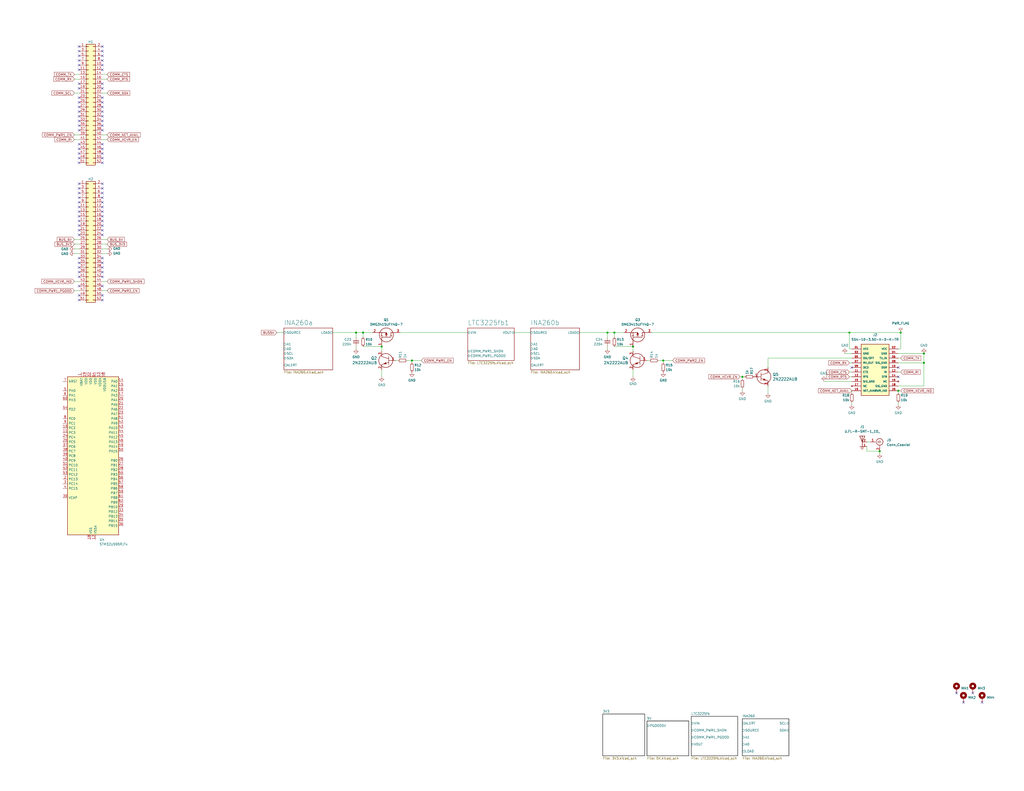
<source format=kicad_sch>
(kicad_sch (version 20231120) (generator "eeschema") (generator_version "8.0")
  (paper "C")
  (title_block (title "HEDGE-Data PCB") (date "2024-10-09") (rev "1.0") (company "Spacecraft Design Lab") (comment 1 "University of Virginia"))
  (lib_symbols
    (symbol "2N2222AUB:2N2222AUB" (pin_names (offset 0.254))
      (property "Reference" "Q" (at 10.16 2.54 0))
      (property "Value" "2N2222AUB" (at 10.16 -2.54 0))
      (symbol "2N2222AUB_1_1"
        (polyline (pts (xy 2.54 0) (xy 3.81 0)) (stroke (width 0.2032)))
        (polyline (pts (xy 3.81 -2.2098) (xy 3.81 2.2098)) (stroke (width 0.2032)))
        (polyline (pts (xy 3.81 -0.9398) (xy 7.62 -2.2098)) (stroke (width 0.2032)))
        (polyline (pts (xy 3.81 0.9398) (xy 7.62 2.2098)) (stroke (width 0.2032)))
        (polyline (pts (xy 7.62 -2.54) (xy 7.62 -2.2098)) (stroke (width 0.2032)))
        (polyline (pts (xy 7.62 2.2098) (xy 7.62 2.54)) (stroke (width 0.2032)))
        (polyline (pts (xy 5.3848 -0.9398) (xy 5.08 -1.905) (xy 6.6548 -1.905)) (fill (type outline)))
        (circle (center 5.3848 0) (radius 3.81) (stroke (width 0.254)))
        (pin input line (at 0 0 0) (length 2.54) (name "") (number "1"))
        (pin passive line (at 7.62 -5.08 90) (length 2.54) (name "") (number "2"))
        (pin passive line (at 7.62 5.08 270) (length 2.54) (name "") (number "3"))
      )
    )
    (symbol "Connector:Conn_Coaxial" (pin_names (offset 1.016) hide)
      (property "Reference" "J" (at 0.254 3.048 0))
      (property "Value" "Conn_Coaxial" (at 2.921 0 90))
      (symbol "Conn_Coaxial_0_1"
        (arc (start -1.778 -0.508) (mid 0.2311 -1.8066) (end 1.778 0) (stroke (width 0.254)))
        (polyline (pts (xy -2.54 0) (xy -0.508 0)))
        (polyline (pts (xy 0 -2.54) (xy 0 -1.778)))
        (circle (center 0 0) (radius 0.508) (stroke (width 0.2032)))
        (arc (start 1.778 0) (mid 0.2099 1.8101) (end -1.778 0.508) (stroke (width 0.254)))
      )
      (symbol "Conn_Coaxial_1_1"
        (pin passive line (at -5.08 0 0) (length 2.54) (name "In") (number "1"))
        (pin passive line (at 0 -5.08 90) (length 2.54) (name "Ext") (number "2"))
      )
    )
    (symbol "Connector_Generic:Conn_02x26_Odd_Even" (pin_names (offset 1.016) hide)
      (property "Reference" "J" (at 1.27 33.02 0))
      (property "Value" "Conn_02x26_Odd_Even" (at 1.27 -35.56 0))
      (symbol "Conn_02x26_Odd_Even_1_1"
        (rectangle (start -1.27 -32.893) (end 0 -33.147) (stroke (width 0.1524)))
        (rectangle (start -1.27 -30.353) (end 0 -30.607) (stroke (width 0.1524)))
        (rectangle (start -1.27 -27.813) (end 0 -28.067) (stroke (width 0.1524)))
        (rectangle (start -1.27 -25.273) (end 0 -25.527) (stroke (width 0.1524)))
        (rectangle (start -1.27 -22.733) (end 0 -22.987) (stroke (width 0.1524)))
        (rectangle (start -1.27 -20.193) (end 0 -20.447) (stroke (width 0.1524)))
        (rectangle (start -1.27 -17.653) (end 0 -17.907) (stroke (width 0.1524)))
        (rectangle (start -1.27 -15.113) (end 0 -15.367) (stroke (width 0.1524)))
        (rectangle (start -1.27 -12.573) (end 0 -12.827) (stroke (width 0.1524)))
        (rectangle (start -1.27 -10.033) (end 0 -10.287) (stroke (width 0.1524)))
        (rectangle (start -1.27 -7.493) (end 0 -7.747) (stroke (width 0.1524)))
        (rectangle (start -1.27 -4.953) (end 0 -5.207) (stroke (width 0.1524)))
        (rectangle (start -1.27 -2.413) (end 0 -2.667) (stroke (width 0.1524)))
        (rectangle (start -1.27 0.127) (end 0 -0.127) (stroke (width 0.1524)))
        (rectangle (start -1.27 2.667) (end 0 2.413) (stroke (width 0.1524)))
        (rectangle (start -1.27 5.207) (end 0 4.953) (stroke (width 0.1524)))
        (rectangle (start -1.27 7.747) (end 0 7.493) (stroke (width 0.1524)))
        (rectangle (start -1.27 10.287) (end 0 10.033) (stroke (width 0.1524)))
        (rectangle (start -1.27 12.827) (end 0 12.573) (stroke (width 0.1524)))
        (rectangle (start -1.27 15.367) (end 0 15.113) (stroke (width 0.1524)))
        (rectangle (start -1.27 17.907) (end 0 17.653) (stroke (width 0.1524)))
        (rectangle (start -1.27 20.447) (end 0 20.193) (stroke (width 0.1524)))
        (rectangle (start -1.27 22.987) (end 0 22.733) (stroke (width 0.1524)))
        (rectangle (start -1.27 25.527) (end 0 25.273) (stroke (width 0.1524)))
        (rectangle (start -1.27 28.067) (end 0 27.813) (stroke (width 0.1524)))
        (rectangle (start -1.27 30.607) (end 0 30.353) (stroke (width 0.1524)))
        (rectangle (start -1.27 31.75) (end 3.81 -34.29) (stroke (width 0.254)) (fill (type background)))
        (rectangle (start 3.81 -32.893) (end 2.54 -33.147) (stroke (width 0.1524)))
        (rectangle (start 3.81 -30.353) (end 2.54 -30.607) (stroke (width 0.1524)))
        (rectangle (start 3.81 -27.813) (end 2.54 -28.067) (stroke (width 0.1524)))
        (rectangle (start 3.81 -25.273) (end 2.54 -25.527) (stroke (width 0.1524)))
        (rectangle (start 3.81 -22.733) (end 2.54 -22.987) (stroke (width 0.1524)))
        (rectangle (start 3.81 -20.193) (end 2.54 -20.447) (stroke (width 0.1524)))
        (rectangle (start 3.81 -17.653) (end 2.54 -17.907) (stroke (width 0.1524)))
        (rectangle (start 3.81 -15.113) (end 2.54 -15.367) (stroke (width 0.1524)))
        (rectangle (start 3.81 -12.573) (end 2.54 -12.827) (stroke (width 0.1524)))
        (rectangle (start 3.81 -10.033) (end 2.54 -10.287) (stroke (width 0.1524)))
        (rectangle (start 3.81 -7.493) (end 2.54 -7.747) (stroke (width 0.1524)))
        (rectangle (start 3.81 -4.953) (end 2.54 -5.207) (stroke (width 0.1524)))
        (rectangle (start 3.81 -2.413) (end 2.54 -2.667) (stroke (width 0.1524)))
        (rectangle (start 3.81 0.127) (end 2.54 -0.127) (stroke (width 0.1524)))
        (rectangle (start 3.81 2.667) (end 2.54 2.413) (stroke (width 0.1524)))
        (rectangle (start 3.81 5.207) (end 2.54 4.953) (stroke (width 0.1524)))
        (rectangle (start 3.81 7.747) (end 2.54 7.493) (stroke (width 0.1524)))
        (rectangle (start 3.81 10.287) (end 2.54 10.033) (stroke (width 0.1524)))
        (rectangle (start 3.81 12.827) (end 2.54 12.573) (stroke (width 0.1524)))
        (rectangle (start 3.81 15.367) (end 2.54 15.113) (stroke (width 0.1524)))
        (rectangle (start 3.81 17.907) (end 2.54 17.653) (stroke (width 0.1524)))
        (rectangle (start 3.81 20.447) (end 2.54 20.193) (stroke (width 0.1524)))
        (rectangle (start 3.81 22.987) (end 2.54 22.733) (stroke (width 0.1524)))
        (rectangle (start 3.81 25.527) (end 2.54 25.273) (stroke (width 0.1524)))
        (rectangle (start 3.81 28.067) (end 2.54 27.813) (stroke (width 0.1524)))
        (rectangle (start 3.81 30.607) (end 2.54 30.353) (stroke (width 0.1524)))
        (pin passive line (at -5.08 30.48 0) (length 3.81) (name "Pin_1") (number "1"))
        (pin passive line (at 7.62 20.32 180) (length 3.81) (name "Pin_10") (number "10"))
        (pin passive line (at -5.08 17.78 0) (length 3.81) (name "Pin_11") (number "11"))
        (pin passive line (at 7.62 17.78 180) (length 3.81) (name "Pin_12") (number "12"))
        (pin passive line (at -5.08 15.24 0) (length 3.81) (name "Pin_13") (number "13"))
        (pin passive line (at 7.62 15.24 180) (length 3.81) (name "Pin_14") (number "14"))
        (pin passive line (at -5.08 12.7 0) (length 3.81) (name "Pin_15") (number "15"))
        (pin passive line (at 7.62 12.7 180) (length 3.81) (name "Pin_16") (number "16"))
        (pin passive line (at -5.08 10.16 0) (length 3.81) (name "Pin_17") (number "17"))
        (pin passive line (at 7.62 10.16 180) (length 3.81) (name "Pin_18") (number "18"))
        (pin passive line (at -5.08 7.62 0) (length 3.81) (name "Pin_19") (number "19"))
        (pin passive line (at 7.62 30.48 180) (length 3.81) (name "Pin_2") (number "2"))
        (pin passive line (at 7.62 7.62 180) (length 3.81) (name "Pin_20") (number "20"))
        (pin passive line (at -5.08 5.08 0) (length 3.81) (name "Pin_21") (number "21"))
        (pin passive line (at 7.62 5.08 180) (length 3.81) (name "Pin_22") (number "22"))
        (pin passive line (at -5.08 2.54 0) (length 3.81) (name "Pin_23") (number "23"))
        (pin passive line (at 7.62 2.54 180) (length 3.81) (name "Pin_24") (number "24"))
        (pin passive line (at -5.08 0 0) (length 3.81) (name "Pin_25") (number "25"))
        (pin passive line (at 7.62 0 180) (length 3.81) (name "Pin_26") (number "26"))
        (pin passive line (at -5.08 -2.54 0) (length 3.81) (name "Pin_27") (number "27"))
        (pin passive line (at 7.62 -2.54 180) (length 3.81) (name "Pin_28") (number "28"))
        (pin passive line (at -5.08 -5.08 0) (length 3.81) (name "Pin_29") (number "29"))
        (pin passive line (at -5.08 27.94 0) (length 3.81) (name "Pin_3") (number "3"))
        (pin passive line (at 7.62 -5.08 180) (length 3.81) (name "Pin_30") (number "30"))
        (pin passive line (at -5.08 -7.62 0) (length 3.81) (name "Pin_31") (number "31"))
        (pin passive line (at 7.62 -7.62 180) (length 3.81) (name "Pin_32") (number "32"))
        (pin passive line (at -5.08 -10.16 0) (length 3.81) (name "Pin_33") (number "33"))
        (pin passive line (at 7.62 -10.16 180) (length 3.81) (name "Pin_34") (number "34"))
        (pin passive line (at -5.08 -12.7 0) (length 3.81) (name "Pin_35") (number "35"))
        (pin passive line (at 7.62 -12.7 180) (length 3.81) (name "Pin_36") (number "36"))
        (pin passive line (at -5.08 -15.24 0) (length 3.81) (name "Pin_37") (number "37"))
        (pin passive line (at 7.62 -15.24 180) (length 3.81) (name "Pin_38") (number "38"))
        (pin passive line (at -5.08 -17.78 0) (length 3.81) (name "Pin_39") (number "39"))
        (pin passive line (at 7.62 27.94 180) (length 3.81) (name "Pin_4") (number "4"))
        (pin passive line (at 7.62 -17.78 180) (length 3.81) (name "Pin_40") (number "40"))
        (pin passive line (at -5.08 -20.32 0) (length 3.81) (name "Pin_41") (number "41"))
        (pin passive line (at 7.62 -20.32 180) (length 3.81) (name "Pin_42") (number "42"))
        (pin passive line (at -5.08 -22.86 0) (length 3.81) (name "Pin_43") (number "43"))
        (pin passive line (at 7.62 -22.86 180) (length 3.81) (name "Pin_44") (number "44"))
        (pin passive line (at -5.08 -25.4 0) (length 3.81) (name "Pin_45") (number "45"))
        (pin passive line (at 7.62 -25.4 180) (length 3.81) (name "Pin_46") (number "46"))
        (pin passive line (at -5.08 -27.94 0) (length 3.81) (name "Pin_47") (number "47"))
        (pin passive line (at 7.62 -27.94 180) (length 3.81) (name "Pin_48") (number "48"))
        (pin passive line (at -5.08 -30.48 0) (length 3.81) (name "Pin_49") (number "49"))
        (pin passive line (at -5.08 25.4 0) (length 3.81) (name "Pin_5") (number "5"))
        (pin passive line (at 7.62 -30.48 180) (length 3.81) (name "Pin_50") (number "50"))
        (pin passive line (at -5.08 -33.02 0) (length 3.81) (name "Pin_51") (number "51"))
        (pin passive line (at 7.62 -33.02 180) (length 3.81) (name "Pin_52") (number "52"))
        (pin passive line (at 7.62 25.4 180) (length 3.81) (name "Pin_6") (number "6"))
        (pin passive line (at -5.08 22.86 0) (length 3.81) (name "Pin_7") (number "7"))
        (pin passive line (at 7.62 22.86 180) (length 3.81) (name "Pin_8") (number "8"))
        (pin passive line (at -5.08 20.32 0) (length 3.81) (name "Pin_9") (number "9"))
      )
    )
    (symbol "DMG3415UFY4Q-7:DMG3415UFY4Q-7" (pin_names hide)
      (property "Reference" "Q" (at 11.43 3.81 0))
      (property "Value" "DMG3415UFY4Q-7" (at 11.43 1.27 0))
      (symbol "DMG3415UFY4Q-7_1_1"
        (polyline (pts (xy 2.54 0) (xy 5.08 0)) (stroke (width 0.254)))
        (polyline (pts (xy 5.08 5.08) (xy 5.08 0)) (stroke (width 0.254)))
        (polyline (pts (xy 5.842 -0.508) (xy 5.842 0.508)) (stroke (width 0.254)))
        (polyline (pts (xy 5.842 0) (xy 7.62 0)) (stroke (width 0.254)))
        (polyline (pts (xy 5.842 2.032) (xy 5.842 3.048)) (stroke (width 0.254)))
        (polyline (pts (xy 5.842 5.588) (xy 5.842 4.572)) (stroke (width 0.254)))
        (polyline (pts (xy 7.62 2.54) (xy 5.842 2.54)) (stroke (width 0.254)))
        (polyline (pts (xy 7.62 2.54) (xy 7.62 -2.54)) (stroke (width 0.254)))
        (polyline (pts (xy 7.62 5.08) (xy 5.842 5.08)) (stroke (width 0.254)))
        (polyline (pts (xy 7.62 5.08) (xy 7.62 7.62)) (stroke (width 0.254)))
        (polyline (pts (xy 7.62 2.54) (xy 6.604 3.048) (xy 6.604 2.032) (xy 7.62 2.54)) (stroke (width 0.254)) (fill (type outline)))
        (circle (center 6.35 2.54) (radius 3.81) (stroke (width 0.254)))
        (pin passive line (at 0 0 0) (length 2.54) (name "G") (number "1"))
        (pin passive line (at 7.62 -5.08 90) (length 2.54) (name "S") (number "2"))
        (pin passive line (at 7.62 10.16 270) (length 2.54) (name "D") (number "3"))
      )
    )
    (symbol "Device:C_Small" (pin_numbers hide) (pin_names (offset 0.254) hide)
      (property "Reference" "C" (at 0.254 1.778 0))
      (property "Value" "C_Small" (at 0.254 -2.032 0))
      (symbol "C_Small_0_1"
        (polyline (pts (xy -1.524 -0.508) (xy 1.524 -0.508)) (stroke (width 0.3302)))
        (polyline (pts (xy -1.524 0.508) (xy 1.524 0.508)) (stroke (width 0.3048)))
      )
      (symbol "C_Small_1_1"
        (pin passive line (at 0 2.54 270) (length 2.032) (name "~") (number "1"))
        (pin passive line (at 0 -2.54 90) (length 2.032) (name "~") (number "2"))
      )
    )
    (symbol "Device:R_Small" (pin_numbers hide) (pin_names (offset 0.254) hide)
      (property "Reference" "R" (at 0.762 0.508 0))
      (property "Value" "R_Small" (at 0.762 -1.016 0))
      (symbol "R_Small_0_1"
        (rectangle (start -0.762 1.778) (end 0.762 -1.778) (stroke (width 0.2032)))
      )
      (symbol "R_Small_1_1"
        (pin passive line (at 0 2.54 270) (length 0.762) (name "~") (number "1"))
        (pin passive line (at 0 -2.54 90) (length 0.762) (name "~") (number "2"))
      )
    )
    (symbol "MCU_ST_STM32U5:STM32U595RJTx"
      (property "Reference" "U" (at -12.7 44.45 0))
      (property "Value" "STM32U595RJTx" (at 10.16 44.45 0))
      (symbol "STM32U595RJTx_0_1"
        (rectangle (start -12.7 -43.18) (end 15.24 43.18) (stroke (width 0.254)) (fill (type background)))
      )
      (symbol "STM32U595RJTx_1_1"
        (pin power_in line (at -5.08 45.72 270) (length 2.54) (name "VBAT") (number "1"))
        (pin bidirectional line (at -15.24 15.24 0) (length 2.54) (name "PC2") (number "10"))
        (pin bidirectional line (at -15.24 12.7 0) (length 2.54) (name "PC3") (number "11"))
        (pin power_in line (at 2.54 -45.72 90) (length 2.54) (name "VSSA") (number "12"))
        (pin power_in line (at 5.08 45.72 270) (length 2.54) (name "VDDA") (number "13"))
        (pin bidirectional line (at 17.78 40.64 180) (length 2.54) (name "PA0") (number "14"))
        (pin bidirectional line (at 17.78 38.1 180) (length 2.54) (name "PA1") (number "15"))
        (pin bidirectional line (at 17.78 35.56 180) (length 2.54) (name "PA2") (number "16"))
        (pin bidirectional line (at 17.78 33.02 180) (length 2.54) (name "PA3") (number "17"))
        (pin power_in line (at 0 -45.72 90) (length 2.54) (name "VSS") (number "18"))
        (pin power_in line (at -2.54 45.72 270) (length 2.54) (name "VDD") (number "19"))
        (pin bidirectional line (at -15.24 -12.7 0) (length 2.54) (name "PC13") (number "2"))
        (pin bidirectional line (at 17.78 30.48 180) (length 2.54) (name "PA4") (number "20"))
        (pin bidirectional line (at 17.78 27.94 180) (length 2.54) (name "PA5") (number "21"))
        (pin bidirectional line (at 17.78 25.4 180) (length 2.54) (name "PA6") (number "22"))
        (pin bidirectional line (at 17.78 22.86 180) (length 2.54) (name "PA7") (number "23"))
        (pin bidirectional line (at -15.24 10.16 0) (length 2.54) (name "PC4") (number "24"))
        (pin bidirectional line (at -15.24 7.62 0) (length 2.54) (name "PC5") (number "25"))
        (pin bidirectional line (at 17.78 -2.54 180) (length 2.54) (name "PB0") (number "26"))
        (pin bidirectional line (at 17.78 -5.08 180) (length 2.54) (name "PB1") (number "27"))
        (pin bidirectional line (at 17.78 -7.62 180) (length 2.54) (name "PB2") (number "28"))
        (pin bidirectional line (at 17.78 -27.94 180) (length 2.54) (name "PB10") (number "29"))
        (pin bidirectional line (at -15.24 -15.24 0) (length 2.54) (name "PC14") (number "3"))
        (pin power_out line (at -15.24 -22.86 0) (length 2.54) (name "VCAP") (number "30"))
        (pin passive line (at 0 -45.72 90) (length 2.54) hide (name "VSS") (number "31"))
        (pin power_in line (at 0 45.72 270) (length 2.54) (name "VDD") (number "32"))
        (pin bidirectional line (at 17.78 -30.48 180) (length 2.54) (name "PB12") (number "33"))
        (pin bidirectional line (at 17.78 -33.02 180) (length 2.54) (name "PB13") (number "34"))
        (pin bidirectional line (at 17.78 -35.56 180) (length 2.54) (name "PB14") (number "35"))
        (pin bidirectional line (at 17.78 -38.1 180) (length 2.54) (name "PB15") (number "36"))
        (pin bidirectional line (at -15.24 5.08 0) (length 2.54) (name "PC6") (number "37"))
        (pin bidirectional line (at -15.24 2.54 0) (length 2.54) (name "PC7") (number "38"))
        (pin bidirectional line (at -15.24 0 0) (length 2.54) (name "PC8") (number "39"))
        (pin bidirectional line (at -15.24 -17.78 0) (length 2.54) (name "PC15") (number "4"))
        (pin bidirectional line (at -15.24 -2.54 0) (length 2.54) (name "PC9") (number "40"))
        (pin bidirectional line (at 17.78 20.32 180) (length 2.54) (name "PA8") (number "41"))
        (pin bidirectional line (at 17.78 17.78 180) (length 2.54) (name "PA9") (number "42"))
        (pin bidirectional line (at 17.78 15.24 180) (length 2.54) (name "PA10") (number "43"))
        (pin bidirectional line (at 17.78 12.7 180) (length 2.54) (name "PA11") (number "44"))
        (pin bidirectional line (at 17.78 10.16 180) (length 2.54) (name "PA12") (number "45"))
        (pin bidirectional line (at 17.78 7.62 180) (length 2.54) (name "PA13") (number "46"))
        (pin passive line (at 0 -45.72 90) (length 2.54) hide (name "VSS") (number "47"))
        (pin power_in line (at 7.62 45.72 270) (length 2.54) (name "VDDUSB") (number "48"))
        (pin bidirectional line (at 17.78 5.08 180) (length 2.54) (name "PA14") (number "49"))
        (pin bidirectional line (at -15.24 35.56 0) (length 2.54) (name "PH0") (number "5"))
        (pin bidirectional line (at 17.78 2.54 180) (length 2.54) (name "PA15") (number "50"))
        (pin bidirectional line (at -15.24 -5.08 0) (length 2.54) (name "PC10") (number "51"))
        (pin bidirectional line (at -15.24 -7.62 0) (length 2.54) (name "PC11") (number "52"))
        (pin bidirectional line (at -15.24 -10.16 0) (length 2.54) (name "PC12") (number "53"))
        (pin bidirectional line (at -15.24 25.4 0) (length 2.54) (name "PD2") (number "54"))
        (pin bidirectional line (at 17.78 -10.16 180) (length 2.54) (name "PB3") (number "55"))
        (pin bidirectional line (at 17.78 -12.7 180) (length 2.54) (name "PB4") (number "56"))
        (pin bidirectional line (at 17.78 -15.24 180) (length 2.54) (name "PB5") (number "57"))
        (pin bidirectional line (at 17.78 -17.78 180) (length 2.54) (name "PB6") (number "58"))
        (pin bidirectional line (at 17.78 -20.32 180) (length 2.54) (name "PB7") (number "59"))
        (pin bidirectional line (at -15.24 33.02 0) (length 2.54) (name "PH1") (number "6"))
        (pin bidirectional line (at -15.24 30.48 0) (length 2.54) (name "PH3") (number "60"))
        (pin bidirectional line (at 17.78 -22.86 180) (length 2.54) (name "PB8") (number "61"))
        (pin bidirectional line (at 17.78 -25.4 180) (length 2.54) (name "PB9") (number "62"))
        (pin passive line (at 0 -45.72 90) (length 2.54) hide (name "VSS") (number "63"))
        (pin power_in line (at 2.54 45.72 270) (length 2.54) (name "VDD") (number "64"))
        (pin input line (at -15.24 40.64 0) (length 2.54) (name "NRST") (number "7"))
        (pin bidirectional line (at -15.24 20.32 0) (length 2.54) (name "PC0") (number "8"))
        (pin bidirectional line (at -15.24 17.78 0) (length 2.54) (name "PC1") (number "9"))
      )
    )
    (symbol "Mechanical:MountingHole_Pad" (pin_numbers hide) (pin_names (offset 1.016) hide)
      (property "Reference" "H" (at 0 6.35 0))
      (property "Value" "MountingHole_Pad" (at 0 4.445 0))
      (symbol "MountingHole_Pad_0_1"
        (circle (center 0 1.27) (radius 1.27) (stroke (width 1.27)))
      )
      (symbol "MountingHole_Pad_1_1"
        (pin input line (at 0 -2.54 90) (length 2.54) (name "1") (number "1"))
      )
    )
    (symbol "SS4-10-3.50-X-D-K-TR:SS4-10-3.50-X-D-K-TR" (pin_names (offset 1.016))
      (property "Reference" "J" (at -7.62 13.97 0))
      (property "Value" "SS4-10-3.50-X-D-K-TR" (at -7.62 -17.78 0))
      (symbol "SS4-10-3.50-X-D-K-TR_0_0"
        (rectangle (start -7.62 -15.24) (end 7.62 12.7) (stroke (width 0.254)) (fill (type background)))
      )
      (symbol "SS4-10-3.50-X-D-K-TR_1_0"
        (pin power_in line (at -12.7 10.16 0) (length 5.08) (name "VCC") (number "01"))
        (pin power_in line (at 12.7 10.16 180) (length 5.08) (name "VCC") (number "02"))
        (pin passive line (at -12.7 7.62 0) (length 5.08) (name "GND") (number "03"))
        (pin passive line (at 12.7 7.62 180) (length 5.08) (name "GND") (number "04"))
        (pin passive line (at -12.7 5.08 0) (length 5.08) (name "ON/OFF") (number "05"))
        (pin input line (at 12.7 5.08 180) (length 5.08) (name "TX_IN") (number "06"))
        (pin output line (at -12.7 2.54 0) (length 5.08) (name "RX_OUT") (number "07"))
        (pin passive line (at 12.7 2.54 180) (length 5.08) (name "SIG_GND") (number "08"))
        (pin output line (at -12.7 0 0) (length 5.08) (name "DCD") (number "09"))
        (pin output line (at 12.7 0 180) (length 5.08) (name "DSR") (number "10"))
        (pin output line (at -12.7 -2.54 0) (length 5.08) (name "CTS") (number "11"))
        (pin output line (at 12.7 -2.54 180) (length 5.08) (name "RI") (number "12"))
        (pin input line (at -12.7 -5.08 0) (length 5.08) (name "RTS") (number "13"))
        (pin input line (at 12.7 -5.08 180) (length 5.08) (name "DTR") (number "14"))
        (pin passive line (at -12.7 -7.62 0) (length 5.08) (name "SIG_GND") (number "15"))
        (pin no_connect line (at 12.7 -7.62 180) (length 5.08) (name "NC") (number "16"))
        (pin no_connect line (at -12.7 -10.16 0) (length 5.08) (name "NC") (number "17"))
        (pin passive line (at 12.7 -10.16 180) (length 5.08) (name "SIG_GND") (number "18"))
        (pin output line (at -12.7 -12.7 0) (length 5.08) (name "NET_AVAIL") (number "19"))
        (pin output line (at 12.7 -12.7 180) (length 5.08) (name "PWR_IND") (number "20"))
      )
    )
    (symbol "U.FL-R-SMT-1_10_:U.FL-R-SMT-1_10_" (pin_names (offset 1.016))
      (property "Reference" "J" (at -2.5406 5.0869 0))
      (property "Value" "U.FL-R-SMT-1_10_" (at -2.6677 -7.6346 0))
      (symbol "U.FL-R-SMT-1_10__0_0"
        (polyline (pts (xy -1.397 3.175) (xy 0 3.175)) (stroke (width 0.254)))
        (polyline (pts (xy -0.762 -3.302) (xy 0.762 -3.302)) (stroke (width 0.254)))
        (polyline (pts (xy -0.127 -4.064) (xy 0.254 -4.064)) (stroke (width 0.254)))
        (polyline (pts (xy 0 -2.54) (xy -1.27 -2.54)) (stroke (width 0.254)))
        (polyline (pts (xy 0 -2.54) (xy 1.27 -2.54)) (stroke (width 0.254)))
        (polyline (pts (xy 0 0) (xy -1.397 3.175)) (stroke (width 0.254)))
        (polyline (pts (xy 0 0) (xy 0 -2.54)) (stroke (width 0.254)))
        (polyline (pts (xy 0 3.175) (xy 0 0)) (stroke (width 0.254)))
        (polyline (pts (xy 0 3.175) (xy 1.397 3.175)) (stroke (width 0.254)))
        (polyline (pts (xy 1.397 3.175) (xy 0 0)) (stroke (width 0.254)))
        (pin passive line (at -2.54 -2.54 0) (length 2.54) (name "~") (number "1"))
        (pin passive line (at -2.54 0 0) (length 2.54) (name "~") (number "2"))
      )
    )
    (symbol "power:GND" (power) (pin_names (offset 0))
      (property "Value" "GND" (at 0 -3.81 0))
      (symbol "GND_0_1"
        (polyline (pts (xy 0 0) (xy 0 -1.27) (xy 1.27 -1.27) (xy 0 -2.54) (xy -1.27 -1.27) (xy 0 -1.27)))
      )
      (symbol "GND_1_1"
        (pin power_in line (at 0 0 270) (length 0) hide (name "GND") (number "1"))
      )
    )
    (symbol "power:PWR_FLAG" (power) (pin_numbers hide) (pin_names (offset 0) hide)
      (property "Value" "PWR_FLAG" (at 0 3.81 0))
      (symbol "PWR_FLAG_0_0"
        (pin power_out line (at 0 0 90) (length 0) (name "pwr") (number "1"))
      )
      (symbol "PWR_FLAG_0_1"
        (polyline (pts (xy 0 0) (xy 0 1.27) (xy -1.016 1.905) (xy 0 2.54) (xy 1.016 1.905) (xy 0 1.27)))
      )
    )
  )
  (junction (at 361.95 196.85))
  (junction (at 504.19 198.12))
  (junction (at 208.28 189.23))
  (junction (at 405.13 205.74))
  (junction (at 491.49 181.61))
  (junction (at 345.44 189.23))
  (junction (at 194.31 181.61))
  (junction (at 463.55 181.61))
  (junction (at 480.06 246.38))
  (junction (at 335.28 181.61))
  (junction (at 224.79 196.85))
  (junction (at 198.12 181.61))
  (junction (at 504.19 193.04))
  (junction (at 331.47 181.61))
  (junction (at 490.22 213.36))
  (no_connect (at 490.22 205.74))
  (no_connect (at 43.18 35.56))
  (no_connect (at 43.18 83.82))
  (no_connect (at 43.18 128.27))
  (no_connect (at 43.18 110.49))
  (no_connect (at 55.88 110.49))
  (no_connect (at 43.18 81.28))
  (no_connect (at 55.88 30.48))
  (no_connect (at 525.78 383.54))
  (no_connect (at 490.22 200.66))
  (no_connect (at 43.18 55.88))
  (no_connect (at 43.18 71.12))
  (no_connect (at 55.88 33.02))
  (no_connect (at 55.88 27.94))
  (no_connect (at 43.18 102.87))
  (no_connect (at 43.18 45.72))
  (no_connect (at 55.88 81.28))
  (no_connect (at 43.18 100.33))
  (no_connect (at 43.18 86.36))
  (no_connect (at 55.88 78.74))
  (no_connect (at 55.88 38.1))
  (no_connect (at 55.88 55.88))
  (no_connect (at 43.18 123.19))
  (no_connect (at 43.18 53.34))
  (no_connect (at 43.18 107.95))
  (no_connect (at 55.88 86.36))
  (no_connect (at 55.88 161.29))
  (no_connect (at 43.18 120.65))
  (no_connect (at 55.88 118.11))
  (no_connect (at 55.88 115.57))
  (no_connect (at 55.88 163.83))
  (no_connect (at 43.18 146.05))
  (no_connect (at 55.88 123.19))
  (no_connect (at 535.94 383.54))
  (no_connect (at 530.86 378.46))
  (no_connect (at 43.18 48.26))
  (no_connect (at 43.18 78.74))
  (no_connect (at 55.88 140.97))
  (no_connect (at 55.88 63.5))
  (no_connect (at 55.88 143.51))
  (no_connect (at 43.18 27.94))
  (no_connect (at 43.18 151.13))
  (no_connect (at 43.18 148.59))
  (no_connect (at 43.18 115.57))
  (no_connect (at 43.18 140.97))
  (no_connect (at 55.88 151.13))
  (no_connect (at 43.18 118.11))
  (no_connect (at 43.18 113.03))
  (no_connect (at 43.18 33.02))
  (no_connect (at 43.18 68.58))
  (no_connect (at 55.88 128.27))
  (no_connect (at 43.18 143.51))
  (no_connect (at 55.88 120.65))
  (no_connect (at 464.82 200.66))
  (no_connect (at 55.88 60.96))
  (no_connect (at 55.88 100.33))
  (no_connect (at 43.18 58.42))
  (no_connect (at 55.88 66.04))
  (no_connect (at 43.18 125.73))
  (no_connect (at 43.18 25.4))
  (no_connect (at 55.88 107.95))
  (no_connect (at 55.88 102.87))
  (no_connect (at 43.18 161.29))
  (no_connect (at 55.88 53.34))
  (no_connect (at 55.88 71.12))
  (no_connect (at 55.88 125.73))
  (no_connect (at 43.18 156.21))
  (no_connect (at 55.88 148.59))
  (no_connect (at 55.88 88.9))
  (no_connect (at 43.18 163.83))
  (no_connect (at 55.88 58.42))
  (no_connect (at 43.18 66.04))
  (no_connect (at 55.88 48.26))
  (no_connect (at 55.88 146.05))
  (no_connect (at 521.97 378.46))
  (no_connect (at 43.18 105.41))
  (no_connect (at 43.18 63.5))
  (no_connect (at 43.18 60.96))
  (no_connect (at 43.18 30.48))
  (no_connect (at 55.88 68.58))
  (no_connect (at 55.88 45.72))
  (no_connect (at 55.88 35.56))
  (no_connect (at 55.88 25.4))
  (no_connect (at 55.88 113.03))
  (no_connect (at 43.18 38.1))
  (no_connect (at 43.18 88.9))
  (no_connect (at 55.88 83.82))
  (no_connect (at 55.88 156.21))
  (no_connect (at 55.88 105.41))
  (wire (pts (xy 463.55 190.5) (xy 464.82 190.5)))
  (wire (pts (xy 331.47 181.61) (xy 331.47 184.15)))
  (wire (pts (xy 419.1 195.58) (xy 419.1 200.66)))
  (wire (pts (xy 40.64 76.2) (xy 43.18 76.2)))
  (wire (pts (xy 331.47 181.61) (xy 335.28 181.61)))
  (wire (pts (xy 490.22 203.2) (xy 491.49 203.2)))
  (wire (pts (xy 464.82 195.58) (xy 419.1 195.58)))
  (wire (pts (xy 194.31 189.23) (xy 194.31 190.5)))
  (wire (pts (xy 198.12 181.61) (xy 198.12 184.15)))
  (wire (pts (xy 40.64 43.18) (xy 43.18 43.18)))
  (wire (pts (xy 463.55 198.12) (xy 464.82 198.12)))
  (wire (pts (xy 55.88 43.18) (xy 58.42 43.18)))
  (wire (pts (xy 464.82 219.71) (xy 464.82 220.98)))
  (wire (pts (xy 490.22 213.36) (xy 491.49 213.36)))
  (wire (pts (xy 181.61 181.61) (xy 194.31 181.61)))
  (wire (pts (xy 40.64 73.66) (xy 43.18 73.66)))
  (wire (pts (xy 405.13 205.74) (xy 406.4 205.74)))
  (wire (pts (xy 55.88 130.81) (xy 58.42 130.81)))
  (wire (pts (xy 355.6 181.61) (xy 463.55 181.61)))
  (wire (pts (xy 335.28 189.23) (xy 345.44 189.23)))
  (wire (pts (xy 194.31 181.61) (xy 194.31 184.15)))
  (wire (pts (xy 55.88 138.43) (xy 58.42 138.43)))
  (wire (pts (xy 40.64 158.75) (xy 43.18 158.75)))
  (wire (pts (xy 480.06 246.38) (xy 480.06 247.65)))
  (wire (pts (xy 491.49 181.61) (xy 463.55 181.61)))
  (wire (pts (xy 461.01 193.04) (xy 464.82 193.04)))
  (wire (pts (xy 40.64 138.43) (xy 43.18 138.43)))
  (wire (pts (xy 198.12 181.61) (xy 203.2 181.61)))
  (wire (pts (xy 345.44 201.93) (xy 345.44 205.74)))
  (wire (pts (xy 55.88 50.8) (xy 58.42 50.8)))
  (wire (pts (xy 40.64 153.67) (xy 43.18 153.67)))
  (wire (pts (xy 335.28 181.61) (xy 340.36 181.61)))
  (wire (pts (xy 504.19 198.12) (xy 504.19 193.04)))
  (wire (pts (xy 490.22 198.12) (xy 504.19 198.12)))
  (wire (pts (xy 280.67 181.61) (xy 289.56 181.61)))
  (wire (pts (xy 55.88 40.64) (xy 58.42 40.64)))
  (wire (pts (xy 55.88 73.66) (xy 58.42 73.66)))
  (wire (pts (xy 345.44 189.23) (xy 345.44 191.77)))
  (wire (pts (xy 316.23 181.61) (xy 331.47 181.61)))
  (wire (pts (xy 504.19 210.82) (xy 504.19 198.12)))
  (wire (pts (xy 419.1 210.82) (xy 419.1 214.63)))
  (wire (pts (xy 40.64 40.64) (xy 43.18 40.64)))
  (wire (pts (xy 208.28 201.93) (xy 208.28 205.74)))
  (wire (pts (xy 218.44 181.61) (xy 255.27 181.61)))
  (wire (pts (xy 464.82 213.36) (xy 464.82 214.63)))
  (wire (pts (xy 463.55 181.61) (xy 463.55 190.5)))
  (wire (pts (xy 222.25 196.85) (xy 224.79 196.85)))
  (wire (pts (xy 151.13 181.61) (xy 154.94 181.61)))
  (wire (pts (xy 403.86 205.74) (xy 405.13 205.74)))
  (wire (pts (xy 361.95 196.85) (xy 361.95 198.12)))
  (wire (pts (xy 40.64 135.89) (xy 43.18 135.89)))
  (wire (pts (xy 473.075 246.38) (xy 480.06 246.38)))
  (wire (pts (xy 208.28 189.23) (xy 208.28 191.77)))
  (wire (pts (xy 359.41 196.85) (xy 361.95 196.85)))
  (wire (pts (xy 224.79 196.85) (xy 229.87 196.85)))
  (wire (pts (xy 198.12 189.23) (xy 208.28 189.23)))
  (wire (pts (xy 463.55 203.2) (xy 464.82 203.2)))
  (wire (pts (xy 224.79 196.85) (xy 224.79 198.12)))
  (wire (pts (xy 40.64 130.81) (xy 43.18 130.81)))
  (wire (pts (xy 490.22 193.04) (xy 504.19 193.04)))
  (wire (pts (xy 490.22 219.71) (xy 490.22 220.98)))
  (wire (pts (xy 491.49 190.5) (xy 491.49 181.61)))
  (wire (pts (xy 490.22 210.82) (xy 504.19 210.82)))
  (wire (pts (xy 335.28 181.61) (xy 335.28 184.15)))
  (wire (pts (xy 55.88 158.75) (xy 58.42 158.75)))
  (wire (pts (xy 473.075 243.84) (xy 473.075 246.38)))
  (wire (pts (xy 490.22 213.36) (xy 490.22 214.63)))
  (wire (pts (xy 194.31 181.61) (xy 198.12 181.61)))
  (wire (pts (xy 331.47 189.23) (xy 331.47 190.5)))
  (wire (pts (xy 215.9 196.85) (xy 217.17 196.85)))
  (wire (pts (xy 353.06 196.85) (xy 354.33 196.85)))
  (wire (pts (xy 473.075 241.3) (xy 474.98 241.3)))
  (wire (pts (xy 55.88 153.67) (xy 58.42 153.67)))
  (wire (pts (xy 490.22 190.5) (xy 491.49 190.5)))
  (wire (pts (xy 55.88 135.89) (xy 58.42 135.89)))
  (wire (pts (xy 40.64 50.8) (xy 43.18 50.8)))
  (wire (pts (xy 405.13 205.74) (xy 405.13 207.01)))
  (wire (pts (xy 490.22 195.58) (xy 491.49 195.58)))
  (wire (pts (xy 55.88 133.35) (xy 58.42 133.35)))
  (wire (pts (xy 449.58 208.28) (xy 464.82 208.28)))
  (wire (pts (xy 40.64 133.35) (xy 43.18 133.35)))
  (wire (pts (xy 361.95 196.85) (xy 367.03 196.85)))
  (wire (pts (xy 405.13 213.36) (xy 405.13 212.09)))
  (wire (pts (xy 55.88 76.2) (xy 58.42 76.2)))
  (wire (pts (xy 463.55 205.74) (xy 464.82 205.74)))
  (global_label "COMM_RTS" (shape input) (at 463.55 205.74 180) (property "Intersheetrefs" "${INTERSHEET_REFS}" (effects (hide yes))))
  (global_label "BUS_5V" (shape input) (at 58.42 130.81 0) (property "Intersheetrefs" "${INTERSHEET_REFS}" (effects (hide yes))))
  (global_label "COMM_RI" (shape input) (at 491.49 203.2 0) (property "Intersheetrefs" "${INTERSHEET_REFS}" (effects (hide yes))))
  (global_label "COMM_TX" (shape input) (at 40.64 40.64 180) (property "Intersheetrefs" "${INTERSHEET_REFS}" (effects (hide yes))))
  (global_label "COMM_PWR2_EN" (shape input) (at 58.42 158.75 0) (property "Intersheetrefs" "${INTERSHEET_REFS}" (effects (hide yes))))
  (global_label "COMM_XCVR_IND" (shape input) (at 491.49 213.36 0) (property "Intersheetrefs" "${INTERSHEET_REFS}" (effects (hide yes))))
  (global_label "COMM_XCVR_EN" (shape input) (at 403.86 205.74 180) (property "Intersheetrefs" "${INTERSHEET_REFS}" (effects (hide yes))))
  (global_label "COMM_PWR1_PGOOD" (shape input) (at 40.64 158.75 180) (property "Intersheetrefs" "${INTERSHEET_REFS}" (effects (hide yes))))
  (global_label "BUS_3V3" (shape input) (at 40.64 133.35 180) (property "Intersheetrefs" "${INTERSHEET_REFS}" (effects (hide yes))))
  (global_label "COMM_RX" (shape input) (at 40.64 43.18 180) (property "Intersheetrefs" "${INTERSHEET_REFS}" (effects (hide yes))))
  (global_label "BUS_3V3" (shape input) (at 58.42 133.35 0) (property "Intersheetrefs" "${INTERSHEET_REFS}" (effects (hide yes))))
  (global_label "COMM_SCL" (shape input) (at 40.64 50.8 180) (property "Intersheetrefs" "${INTERSHEET_REFS}" (effects (hide yes))))
  (global_label "COMM_CTS" (shape input) (at 58.42 40.64 0) (property "Intersheetrefs" "${INTERSHEET_REFS}" (effects (hide yes))))
  (global_label "COMM_PWR1_EN" (shape input) (at 229.87 196.85 0) (property "Intersheetrefs" "${INTERSHEET_REFS}" (effects (hide yes))))
  (global_label "COMM_XCVR_IND" (shape input) (at 40.64 153.67 180) (property "Intersheetrefs" "${INTERSHEET_REFS}" (effects (hide yes))))
  (global_label "COMM_XCVR_EN" (shape input) (at 58.42 76.2 0) (property "Intersheetrefs" "${INTERSHEET_REFS}" (effects (hide yes))))
  (global_label "COMM_PWR1_SHDN" (shape input) (at 58.42 153.67 0) (property "Intersheetrefs" "${INTERSHEET_REFS}" (effects (hide yes))))
  (global_label "COMM_PWR1_EN" (shape input) (at 40.64 73.66 180) (property "Intersheetrefs" "${INTERSHEET_REFS}" (effects (hide yes))))
  (global_label "COMM_RI" (shape input) (at 40.64 76.2 180) (property "Intersheetrefs" "${INTERSHEET_REFS}" (effects (hide yes))))
  (global_label "COMM_NET_AVAIL" (shape input) (at 464.82 213.36 180) (property "Intersheetrefs" "${INTERSHEET_REFS}" (effects (hide yes))))
  (global_label "COMM_RX" (shape input) (at 463.55 198.12 180) (property "Intersheetrefs" "${INTERSHEET_REFS}" (effects (hide yes))))
  (global_label "COMM_PWR2_EN" (shape input) (at 367.03 196.85 0) (property "Intersheetrefs" "${INTERSHEET_REFS}" (effects (hide yes))))
  (global_label "BUS_5V" (shape input) (at 40.64 130.81 180) (property "Intersheetrefs" "${INTERSHEET_REFS}" (effects (hide yes))))
  (global_label "COMM_RTS" (shape input) (at 58.42 43.18 0) (property "Intersheetrefs" "${INTERSHEET_REFS}" (effects (hide yes))))
  (global_label "BUS5V" (shape input) (at 151.13 181.61 180) (property "Intersheetrefs" "${INTERSHEET_REFS}" (effects (hide yes))))
  (global_label "COMM_CTS" (shape input) (at 463.55 203.2 180) (property "Intersheetrefs" "${INTERSHEET_REFS}" (effects (hide yes))))
  (global_label "COMM_SDA" (shape input) (at 58.42 50.8 0) (property "Intersheetrefs" "${INTERSHEET_REFS}" (effects (hide yes))))
  (global_label "COMM_TX" (shape input) (at 491.49 195.58 0) (property "Intersheetrefs" "${INTERSHEET_REFS}" (effects (hide yes))))
  (global_label "COMM_NET_AVAIL" (shape input) (at 58.42 73.66 0) (property "Intersheetrefs" "${INTERSHEET_REFS}" (effects (hide yes))))
  (symbol (lib_id "power:GND") (at 504.19 193.04 0) (mirror x) (unit 1)
    (property "Reference" "#PWR047" (effects (hide yes)))
    (property "Value" "GND" (at 504.19 188.595 0))
  )
  (symbol (lib_id "2N2222AUB:2N2222AUB") (at 353.06 196.85 0) (mirror y) (unit 1)
    (property "Reference" "Q4" (at 342.9 195.58 0) (effects (font (size 1.524 1.524)) (justify left)))
    (property "Value" "2N2222AUB" (at 342.9 198.12 0) (effects (font (size 1.524 1.524)) (justify left)))
    (property "Footprint" "2N2222:SMD3_UB_MCH" (effects (hide yes)))
    (property "Datasheet" "2N2222AUB" (effects (hide yes)))
  )
  (symbol (lib_id "Mechanical:MountingHole_Pad") (at 525.78 381 0) (unit 1)
    (property "Reference" "MH2" (at 528.32 380.9238 0) (effects (justify left)))
    (property "Value" "MountingHole_Pad" (effects (hide yes)))
    (property "Footprint" "VST104_footprints:MountingHole_3.2mm_M3_Pad_Via" (effects (hide yes)))
  )
  (symbol (lib_id "power:GND") (at 58.42 135.89 90) (unit 1)
    (property "Reference" "#PWR032" (effects (hide yes)))
    (property "Value" "GND" (at 61.6712 135.763 90) (effects (justify right)))
  )
  (symbol (lib_id "power:GND") (at 40.64 138.43 270) (unit 1)
    (property "Reference" "#PWR031" (effects (hide yes)))
    (property "Value" "GND" (at 37.3888 138.557 90) (effects (justify right)))
  )
  (symbol (lib_id "power:GND") (at 461.01 193.04 0) (mirror x) (unit 1)
    (property "Reference" "#PWR043" (effects (hide yes)))
    (property "Value" "GND" (at 461.01 188.595 0))
  )
  (symbol (lib_id "power:GND") (at 361.95 203.2 0) (unit 1)
    (property "Reference" "#PWR039" (effects (hide yes)))
    (property "Value" "GND" (at 361.95 207.645 0))
  )
  (symbol (lib_id "MCU_ST_STM32U5:STM32U595RJTx") (at 49.53 248.92 0) (unit 1)
    (property "Reference" "U4" (at 54.2641 294.64 0) (effects (justify left)))
    (property "Value" "STM32U595RJTx" (at 54.2641 297.18 0) (effects (justify left)))
    (property "Footprint" "Package_QFP:LQFP-64_10x10mm_P0.5mm" (effects (hide yes)))
    (property "Datasheet" "https://www.st.com/resource/en/datasheet/stm32u595rj.pdf" (effects (hide yes)))
    (property "Description" "STMicroelectronics Arm Cortex-M33 MCU, 4096KB flash, 2514KB RAM, 51 GPIO, LQFP64" (effects (hide yes)))
  )
  (symbol (lib_id "Device:R_Small") (at 490.22 217.17 0) (unit 1)
    (property "Reference" "R19" (at 491.49 215.9 0) (effects (justify left)))
    (property "Value" "10k" (at 491.49 218.44 0) (effects (justify left)))
    (property "Footprint" "VST104_footprints:R_SMD_0402" (effects (hide yes)))
  )
  (symbol (lib_id "power:GND") (at 490.22 220.98 0) (mirror y) (unit 1)
    (property "Reference" "#PWR046" (effects (hide yes)))
    (property "Value" "GND" (at 490.22 225.425 0))
  )
  (symbol (lib_id "DMG3415UFY4Q-7:DMG3415UFY4Q-7") (at 208.28 189.23 270) (mirror x) (unit 1)
    (property "Reference" "Q1" (at 210.82 174.625 90))
    (property "Value" "DMG3415UFY4Q-7" (at 210.82 177.165 90))
    (property "Footprint" "DMG3415:DMG3415UFY47" (effects (hide yes)))
    (property "Datasheet" "https://www.diodes.com/assets/Datasheets/DMG3415UFY4Q.pdf" (effects (hide yes)))
    (property "Manufacturer_Name" "Diodes Incorporated" (effects (hide yes)))
    (property "Manufacturer_Part_Number" "DMG3415UFY4Q-7" (effects (hide yes)))
    (property "Mouser Part Number" "621-DMG3415UFY4Q-7" (effects (hide yes)))
    (property "Mouser Price/Stock" "https://www.mouser.co.uk/ProductDetail/Diodes-Incorporated/DMG3415UFY4Q-7?qs=CfuTe0PnivoF8aopa2vWtw%3D%3D" (effects (hide yes)))
    (property "Arrow Part Number" "DMG3415UFY4Q-7" (effects (hide yes)))
    (property "Arrow Price/Stock" "https://www.arrow.com/en/products/dmg3415ufy4q-7/diodes-incorporated?region=nac" (effects (hide yes)))
  )
  (symbol (lib_id "SS4-10-3.50-X-D-K-TR:SS4-10-3.50-X-D-K-TR") (at 477.52 200.66 0) (unit 1)
    (property "Reference" "J2" (at 477.52 182.88 0))
    (property "Value" "SS4-10-3.50-X-D-K-TR" (at 477.52 185.42 0))
    (property "Footprint" "SS4-10-3.50-L-D-K-TR:SAMTEC_SS4-10-3.50-X-D-K-TR" (effects (hide yes)))
    (property "PARTREV" "K" (effects (hide yes)))
    (property "STANDARD" "Manufacturer Recommendations" (effects (hide yes)))
    (property "MAXIMUM_PACKAGE_HEIGHT" "4.0 mm" (effects (hide yes)))
    (property "MANUFACTURER" "Samtec" (effects (hide yes)))
  )
  (symbol (lib_id "U.FL-R-SMT-1_10_:U.FL-R-SMT-1_10_") (at 470.535 241.3 0) (mirror y) (unit 1)
    (property "Reference" "J1" (at 470.535 233.045 0))
    (property "Value" "U.FL-R-SMT-1_10_" (at 470.535 235.585 0))
    (property "Footprint" "Connector_Coaxial:U.FL_Hirose_U.FL-R-SMT-1_Vertical" (effects (hide yes)))
    (property "DESCRIPTION" "U.FL Series 6 Ghz 50 Ohm Ultra-small SMT Coaxial Cable Receptacle" (effects (hide yes)))
    (property "PACKAGE" "None" (effects (hide yes)))
    (property "PRICE" "0.71 USD" (effects (hide yes)))
    (property "STANDARD" "Manufacturer Recommendation" (effects (hide yes)))
    (property "MP" "U.FL-R-SMT-1_10_" (effects (hide yes)))
    (property "AVAILABILITY" "Good" (effects (hide yes)))
    (property "MANUFACTURER" "Hirose" (effects (hide yes)))
  )
  (symbol (lib_id "Device:R_Small") (at 464.82 217.17 0) (mirror y) (unit 1)
    (property "Reference" "R18" (at 463.55 215.9 0) (effects (justify left)))
    (property "Value" "10k" (at 463.55 218.44 0) (effects (justify left)))
    (property "Footprint" "VST104_footprints:R_SMD_0402" (effects (hide yes)))
  )
  (symbol (lib_id "2N2222AUB:2N2222AUB") (at 215.9 196.85 0) (mirror y) (unit 1)
    (property "Reference" "Q2" (at 205.74 195.58 0) (effects (font (size 1.524 1.524)) (justify left)))
    (property "Value" "2N2222AUB" (at 205.74 198.12 0) (effects (font (size 1.524 1.524)) (justify left)))
    (property "Footprint" "2N2222:SMD3_UB_MCH" (effects (hide yes)))
    (property "Datasheet" "2N2222AUB" (effects (hide yes)))
  )
  (symbol (lib_id "Device:R_Small") (at 405.13 209.55 0) (mirror y) (unit 1)
    (property "Reference" "R16" (at 403.86 208.28 0) (effects (justify left)))
    (property "Value" "10k" (at 403.86 210.82 0) (effects (justify left)))
    (property "Footprint" "VST104_footprints:R_SMD_0402" (effects (hide yes)))
  )
  (symbol (lib_id "power:GND") (at 224.79 203.2 0) (unit 1)
    (property "Reference" "#PWR036" (effects (hide yes)))
    (property "Value" "GND" (at 224.79 207.645 0))
  )
  (symbol (lib_id "Mechanical:MountingHole_Pad") (at 530.86 375.92 0) (unit 1)
    (property "Reference" "MH3" (at 533.4 375.8438 0) (effects (justify left)))
    (property "Value" "MountingHole_Pad" (effects (hide yes)))
    (property "Footprint" "VST104_footprints:MountingHole_3.2mm_M3_Pad_Via" (effects (hide yes)))
  )
  (symbol (lib_id "Connector:Conn_Coaxial") (at 480.06 241.3 0) (unit 1)
    (property "Reference" "J3" (at 483.87 240.3232 0) (effects (justify left)))
    (property "Value" "Conn_Coaxial" (at 483.87 242.8632 0) (effects (justify left)))
    (property "Footprint" "Amphenol 132136:132136" (effects (hide yes)))
    (property "Datasheet" " ~" (effects (hide yes)))
  )
  (symbol (lib_id "power:GND") (at 194.31 190.5 0) (unit 1)
    (property "Reference" "#PWR034" (effects (hide yes)))
    (property "Value" "GND" (at 194.31 194.945 0))
  )
  (symbol (lib_id "DMG3415UFY4Q-7:DMG3415UFY4Q-7") (at 345.44 189.23 270) (mirror x) (unit 1)
    (property "Reference" "Q3" (at 347.98 174.625 90))
    (property "Value" "DMG3415UFY4Q-7" (at 347.98 177.165 90))
    (property "Footprint" "DMG3415:DMG3415UFY47" (effects (hide yes)))
    (property "Datasheet" "https://www.diodes.com/assets/Datasheets/DMG3415UFY4Q.pdf" (effects (hide yes)))
    (property "Manufacturer_Name" "Diodes Incorporated" (effects (hide yes)))
    (property "Manufacturer_Part_Number" "DMG3415UFY4Q-7" (effects (hide yes)))
    (property "Mouser Part Number" "621-DMG3415UFY4Q-7" (effects (hide yes)))
    (property "Mouser Price/Stock" "https://www.mouser.co.uk/ProductDetail/Diodes-Incorporated/DMG3415UFY4Q-7?qs=CfuTe0PnivoF8aopa2vWtw%3D%3D" (effects (hide yes)))
    (property "Arrow Part Number" "DMG3415UFY4Q-7" (effects (hide yes)))
    (property "Arrow Price/Stock" "https://www.arrow.com/en/products/dmg3415ufy4q-7/diodes-incorporated?region=nac" (effects (hide yes)))
  )
  (symbol (lib_id "power:GND") (at 480.06 247.65 0) (unit 1)
    (property "Reference" "#PWR045" (effects (hide yes)))
    (property "Value" "GND" (at 480.06 252.095 0))
  )
  (symbol (lib_id "power:GND") (at 405.13 213.36 0) (mirror y) (unit 1)
    (property "Reference" "#PWR040" (effects (hide yes)))
    (property "Value" "GND" (at 405.13 217.805 0))
  )
  (symbol (lib_id "power:GND") (at 208.28 205.74 0) (unit 1)
    (property "Reference" "#PWR035" (effects (hide yes)))
    (property "Value" "GND" (at 208.28 210.185 0))
  )
  (symbol (lib_id "power:GND") (at 464.82 220.98 0) (unit 1)
    (property "Reference" "#PWR044" (effects (hide yes)))
    (property "Value" "GND" (at 464.82 225.425 0))
  )
  (symbol (lib_id "power:PWR_FLAG") (at 491.49 181.61 0) (unit 1)
    (property "Reference" "#FLG01" (effects (hide yes)))
    (property "Value" "PWR_FLAG" (at 491.49 176.53 0))
  )
  (symbol (lib_id "power:GND") (at 345.44 205.74 0) (unit 1)
    (property "Reference" "#PWR038" (effects (hide yes)))
    (property "Value" "GND" (at 345.44 209.55 0))
  )
  (symbol (lib_id "power:GND") (at 449.58 208.28 0) (mirror x) (unit 1)
    (property "Reference" "#PWR042" (effects (hide yes)))
    (property "Value" "GND" (at 449.58 203.835 0))
  )
  (symbol (lib_id "Device:C_Small") (at 194.31 186.69 0) (mirror x) (unit 1)
    (property "Reference" "C23" (at 191.77 185.4136 0) (effects (justify right)))
    (property "Value" "220n" (at 191.77 187.9536 0) (effects (justify right)))
    (property "Footprint" "VST104_footprints:C_SMD_0402" (effects (hide yes)))
  )
  (symbol (lib_id "power:GND") (at 58.42 138.43 90) (unit 1)
    (property "Reference" "#PWR033" (effects (hide yes)))
    (property "Value" "GND" (at 61.6712 138.303 90) (effects (justify right)))
  )
  (symbol (lib_id "Device:R_Small") (at 361.95 200.66 0) (unit 1)
    (property "Reference" "R15" (at 363.22 199.39 0) (effects (justify left)))
    (property "Value" "10k" (at 363.22 201.93 0) (effects (justify left)))
    (property "Footprint" "VST104_footprints:R_SMD_0402" (effects (hide yes)))
  )
  (symbol (lib_id "power:GND") (at 331.47 190.5 0) (unit 1)
    (property "Reference" "#PWR037" (effects (hide yes)))
    (property "Value" "GND" (at 331.47 194.945 0))
  )
  (symbol (lib_id "Device:R_Small") (at 408.94 205.74 270) (mirror x) (unit 1)
    (property "Reference" "R17" (at 410.21 204.47 0) (effects (justify left)))
    (property "Value" "1k" (at 407.67 204.47 0) (effects (justify left)))
    (property "Footprint" "VST104_footprints:R_SMD_0402" (effects (hide yes)))
  )
  (symbol (lib_id "Mechanical:MountingHole_Pad") (at 521.97 375.92 0) (unit 1)
    (property "Reference" "MH1" (at 524.51 375.8438 0) (effects (justify left)))
    (property "Value" "MountingHole_Pad" (effects (hide yes)))
    (property "Footprint" "VST104_footprints:MountingHole_3.2mm_M3_Pad_Via" (effects (hide yes)))
  )
  (symbol (lib_id "Device:R_Small") (at 356.87 196.85 90) (unit 1)
    (property "Reference" "R14" (at 355.6 195.58 0) (effects (justify left)))
    (property "Value" "1k" (at 358.14 195.58 0) (effects (justify left)))
    (property "Footprint" "VST104_footprints:R_SMD_0402" (effects (hide yes)))
  )
  (symbol (lib_id "Mechanical:MountingHole_Pad") (at 535.94 381 0) (unit 1)
    (property "Reference" "MH4" (at 538.48 380.9238 0) (effects (justify left)))
    (property "Value" "MountingHole_Pad" (effects (hide yes)))
    (property "Footprint" "VST104_footprints:MountingHole_3.2mm_M3_Pad_Via" (effects (hide yes)))
  )
  (symbol (lib_id "Device:R_Small") (at 335.28 186.69 0) (unit 1)
    (property "Reference" "R13" (at 336.55 185.42 0) (effects (justify left)))
    (property "Value" "10k" (at 336.55 187.96 0) (effects (justify left)))
    (property "Footprint" "VST104_footprints:R_SMD_0402" (effects (hide yes)))
  )
  (symbol (lib_id "Device:R_Small") (at 219.71 196.85 90) (unit 1)
    (property "Reference" "R11" (at 218.44 195.58 0) (effects (justify left)))
    (property "Value" "1k" (at 220.98 195.58 0) (effects (justify left)))
    (property "Footprint" "VST104_footprints:R_SMD_0402" (effects (hide yes)))
  )
  (symbol (lib_id "Device:R_Small") (at 224.79 200.66 0) (unit 1)
    (property "Reference" "R12" (at 226.06 199.39 0) (effects (justify left)))
    (property "Value" "10k" (at 226.06 201.93 0) (effects (justify left)))
    (property "Footprint" "VST104_footprints:R_SMD_0402" (effects (hide yes)))
  )
  (symbol (lib_id "Device:C_Small") (at 331.47 186.69 0) (mirror x) (unit 1)
    (property "Reference" "C24" (at 328.93 185.4136 0) (effects (justify right)))
    (property "Value" "220n" (at 328.93 187.9536 0) (effects (justify right)))
    (property "Footprint" "VST104_footprints:C_SMD_0402" (effects (hide yes)))
  )
  (symbol (lib_id "Connector_Generic:Conn_02x26_Odd_Even") (at 48.26 130.81 0) (unit 1)
    (property "Reference" "H2" (at 49.53 97.79 0))
    (property "Value" "Conn_02x26_Odd_Even" (effects (hide yes)))
    (property "Footprint" "VST104_footprints:ESQ-126-39-x-D" (effects (hide yes)))
  )
  (symbol (lib_id "Device:R_Small") (at 198.12 186.69 0) (unit 1)
    (property "Reference" "R10" (at 199.39 185.42 0) (effects (justify left)))
    (property "Value" "10k" (at 199.39 187.96 0) (effects (justify left)))
    (property "Footprint" "VST104_footprints:R_SMD_0402" (effects (hide yes)))
  )
  (symbol (lib_id "Connector_Generic:Conn_02x26_Odd_Even") (at 48.26 55.88 0) (unit 1)
    (property "Reference" "H1" (at 49.53 22.86 0))
    (property "Value" "Conn_02x26_Odd_Even" (effects (hide yes)))
    (property "Footprint" "VST104_footprints:ESQ-126-39-x-D" (effects (hide yes)))
  )
  (symbol (lib_id "power:GND") (at 40.64 135.89 270) (unit 1)
    (property "Reference" "#PWR030" (effects (hide yes)))
    (property "Value" "GND" (at 37.3888 136.017 90) (effects (justify right)))
  )
  (symbol (lib_id "2N2222AUB:2N2222AUB") (at 411.48 205.74 0) (unit 1)
    (property "Reference" "Q5" (at 421.64 204.47 0) (effects (font (size 1.524 1.524)) (justify left)))
    (property "Value" "2N2222AUB" (at 421.64 207.01 0) (effects (font (size 1.524 1.524)) (justify left)))
    (property "Footprint" "2N2222:SMD3_UB_MCH" (effects (hide yes)))
    (property "Datasheet" "2N2222AUB" (effects (hide yes)))
  )
  (symbol (lib_id "power:GND") (at 419.1 214.63 0) (mirror y) (unit 1)
    (property "Reference" "#PWR041" (effects (hide yes)))
    (property "Value" "GND" (at 419.1 219.075 0))
  )
  (sheet (at 328.93 389.89) (size 22.86 22.86) (stroke (width 0.1524) (color 0 0 0 1))
    (property "Sheetname" "3V3" (at 328.93 389.1784 0) (effects (justify left bottom)))
    (property "Sheetfile" "3V3.kicad_sch" (at 328.93 413.3346 0) (effects (justify left top)))
  )
  (sheet (at 405.13 392.43) (size 25.4 20.32) (stroke (width 0.1524) (color 0 0 0 1))
    (property "Sheetname" "INA260" (at 405.13 391.7184 0) (effects (justify left bottom)))
    (property "Sheetfile" "INA260.kicad_sch" (at 405.13 413.3346 0) (effects (justify left top)))
    (pin "ALERT" output (at 405.13 394.97 180))
    (pin "SOURCE" input (at 405.13 398.78 180))
    (pin "A1" input (at 405.13 402.59 180))
    (pin "A0" input (at 405.13 406.4 180))
    (pin "LOAD" output (at 405.13 410.21 180))
    (pin "SCL" bidirectional (at 430.53 394.97 0))
    (pin "SDA" bidirectional (at 430.53 398.78 0))
  )
  (sheet (at 154.94 179.07) (size 26.67 22.86) (stroke (width 0.1524))
    (property "Sheetname" "INA260a" (at 154.94 177.7234 0) (effects (font (size 2.54 2.54)) (justify left bottom)))
    (property "Sheetfile" "INA260.kicad_sch" (at 154.94 202.5146 0) (effects (justify left top)))
    (pin "SOURCE" input (at 154.94 181.61 180))
    (pin "ALERT" output (at 154.94 199.39 180))
    (pin "A1" input (at 154.94 187.96 180))
    (pin "A0" input (at 154.94 190.5 180))
    (pin "SCL" bidirectional (at 154.94 193.04 180))
    (pin "SDA" bidirectional (at 154.94 195.58 180))
    (pin "LOAD" output (at 181.61 181.61 0))
  )
  (sheet (at 289.56 179.07) (size 26.67 22.86) (stroke (width 0.1524))
    (property "Sheetname" "INA260b" (at 289.56 177.7234 0) (effects (font (size 2.54 2.54)) (justify left bottom)))
    (property "Sheetfile" "INA260.kicad_sch" (at 289.56 202.5146 0) (effects (justify left top)))
    (pin "SOURCE" input (at 289.56 181.61 180))
    (pin "ALERT" output (at 289.56 199.39 180))
    (pin "A1" input (at 289.56 187.96 180))
    (pin "A0" input (at 289.56 190.5 180))
    (pin "SCL" bidirectional (at 289.56 193.04 180))
    (pin "SDA" bidirectional (at 289.56 195.58 180))
    (pin "LOAD" output (at 316.23 181.61 0))
  )
  (sheet (at 377.19 391.16) (size 25.4 21.59) (stroke (width 0.1524) (color 0 0 0 1))
    (property "Sheetname" "LTC3225fb" (at 377.19 390.4484 0) (effects (justify left bottom)))
    (property "Sheetfile" "LTC3225fb.kicad_sch" (at 377.19 413.3346 0) (effects (justify left top)))
    (pin "VIN" bidirectional (at 377.19 394.97 180))
    (pin "COMM_PWR1_SHDN" bidirectional (at 377.19 398.78 180))
    (pin "COMM_PWR1_PGOOD" bidirectional (at 377.19 402.59 180))
    (pin "VOUT" bidirectional (at 377.19 406.4 180))
  )
  (sheet (at 255.27 179.07) (size 25.4 17.78) (stroke (width 0.1524))
    (property "Sheetname" "LTC3225fb1" (at 255.27 177.7234 0) (effects (font (size 2.54 2.54)) (justify left bottom)))
    (property "Sheetfile" "LTC3225fb.kicad_sch" (at 255.27 197.4346 0) (effects (justify left top)))
    (pin "COMM_PWR1_PGOOD" bidirectional (at 255.27 194.31 180))
    (pin "COMM_PWR1_SHDN" bidirectional (at 255.27 191.77 180))
    (pin "VOUT" bidirectional (at 280.67 181.61 0))
    (pin "VIN" bidirectional (at 255.27 181.61 180))
  )
  (sheet (at 353.06 393.7) (size 22.86 19.05) (stroke (width 0.1524) (color 0 0 0 1))
    (property "Sheetname" "5V" (at 353.06 392.9884 0) (effects (justify left bottom)))
    (property "Sheetfile" "5V.kicad_sch" (at 353.06 413.3346 0) (effects (justify left top)))
    (pin "PGOOD5V" bidirectional (at 353.06 396.24 180))
  )
)
</source>
